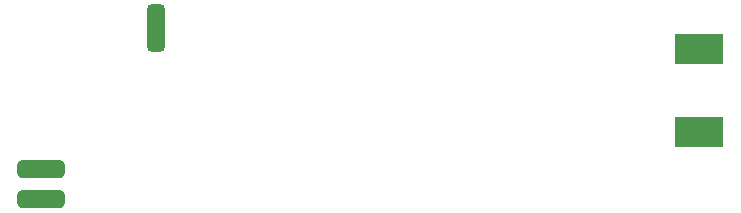
<source format=gbp>
G04 #@! TF.GenerationSoftware,KiCad,Pcbnew,(6.0.0)*
G04 #@! TF.CreationDate,2022-01-31T09:48:03+01:00*
G04 #@! TF.ProjectId,lora,6c6f7261-2e6b-4696-9361-645f70636258,v2.0*
G04 #@! TF.SameCoordinates,Original*
G04 #@! TF.FileFunction,Paste,Bot*
G04 #@! TF.FilePolarity,Positive*
%FSLAX46Y46*%
G04 Gerber Fmt 4.6, Leading zero omitted, Abs format (unit mm)*
G04 Created by KiCad (PCBNEW (6.0.0)) date 2022-01-31 09:48:03*
%MOMM*%
%LPD*%
G01*
G04 APERTURE LIST*
G04 Aperture macros list*
%AMRoundRect*
0 Rectangle with rounded corners*
0 $1 Rounding radius*
0 $2 $3 $4 $5 $6 $7 $8 $9 X,Y pos of 4 corners*
0 Add a 4 corners polygon primitive as box body*
4,1,4,$2,$3,$4,$5,$6,$7,$8,$9,$2,$3,0*
0 Add four circle primitives for the rounded corners*
1,1,$1+$1,$2,$3*
1,1,$1+$1,$4,$5*
1,1,$1+$1,$6,$7*
1,1,$1+$1,$8,$9*
0 Add four rect primitives between the rounded corners*
20,1,$1+$1,$2,$3,$4,$5,0*
20,1,$1+$1,$4,$5,$6,$7,0*
20,1,$1+$1,$6,$7,$8,$9,0*
20,1,$1+$1,$8,$9,$2,$3,0*%
G04 Aperture macros list end*
%ADD10RoundRect,0.381000X-1.619000X-0.381000X1.619000X-0.381000X1.619000X0.381000X-1.619000X0.381000X0*%
%ADD11R,4.190000X2.665000*%
%ADD12RoundRect,0.381000X0.381000X-1.619000X0.381000X1.619000X-0.381000X1.619000X-0.381000X-1.619000X0*%
G04 APERTURE END LIST*
D10*
X172135800Y-108686600D03*
X172135800Y-106146600D03*
D11*
X227838000Y-96007500D03*
X227838000Y-102992500D03*
D12*
X181864000Y-94234000D03*
M02*

</source>
